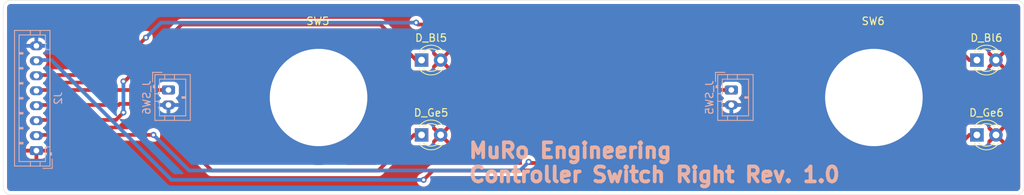
<source format=kicad_pcb>
(kicad_pcb (version 20211014) (generator pcbnew)
  (layers (0 "F.Cu" signal) (31 "B.Cu" signal) (34 "B.Paste" user) (35 "F.Paste" user) (36 "B.SilkS" user "B.Silkscreen") (37 "F.SilkS" user "F.Silkscreen") (38 "B.Mask" user) (39 "F.Mask" user) (44 "Edge.Cuts" user))
  (net 0 "")
  (net 1 "Net-(D_Bl5-Pad1)")
  (net 2 "/VDD3V3_ext")
  (net 3 "Net-(D_Bl6-Pad1)")
  (net 4 "Net-(D_Ge5-Pad1)")
  (net 5 "Net-(D_Ge6-Pad1)")
  (net 6 "Net-(J2-Pad2)")
  (net 7 "Net-(J2-Pad5)")
  (net 8 "/gnd_ext")
  (footprint "KiCad_Libs:LehleSwitch" (layer "F.Cu") (at 192 97)
    (fp_text reference "SW5" (at -0.1 -10.2) (layer "F.SilkS"))
    (fp_text value "Lehle_Switch")
    (pad "1" thru_hole circle (at 0 0) (size 18 18) (drill 13) (layers *.Cu *.Mask) (net 8 "/gnd_ext"))
  )
  (footprint "LED_THT:LED_D3.0mm" (layer "F.Cu") (at 205.725 92)
    (fp_text reference "D_Bl5" (at 1.27 -2.96) (layer "F.SilkS"))
    (fp_text value "LED")
    (fp_line (start -0.29 -1.236) (end -0.29 -1.08) (layer "F.SilkS") (width 0.12))
    (fp_line (start -0.29 1.08) (end -0.29 1.236) (layer "F.SilkS") (width 0.12))
    (fp_arc (start 2.942335 1.078608) (mid 1.366487 1.987659) (end -0.29 1.235516) (layer "F.SilkS") (width 0.12))
    (fp_arc (start 2.31113 1.079837) (mid 1.270117 1.5) (end 0.229039 1.08) (layer "F.SilkS") (width 0.12))
    (fp_arc (start 0.229039 -1.08) (mid 1.270117 -1.5) (end 2.31113 -1.079837) (layer "F.SilkS") (width 0.12))
    (fp_arc (start -0.29 -1.235516) (mid 1.366487 -1.987659) (end 2.942335 -1.078608) (layer "F.SilkS") (width 0.12))
    (pad "1" thru_hole rect (at 0 0) (size 1.8 1.8) (drill 0.9) (layers *.Cu *.Mask) (net 1 "Net-(D_Bl5-Pad1)"))
    (pad "2" thru_hole circle (at 2.54 0) (size 1.8 1.8) (drill 0.9) (layers *.Cu *.Mask) (net 2 "/VDD3V3_ext"))
  )
  (footprint "KiCad_Libs:LehleSwitch" (layer "F.Cu") (at 266 97)
    (fp_text reference "SW6" (at -0.1 -10.2) (layer "F.SilkS"))
    (fp_text value "Lehle_Switch")
    (pad "1" thru_hole circle (at 0 0) (size 18 18) (drill 13) (layers *.Cu *.Mask) (net 8 "/gnd_ext"))
  )
  (footprint "LED_THT:LED_D3.0mm" (layer "F.Cu") (at 279.725 102)
    (fp_text reference "D_Ge6" (at 1.27 -2.96) (layer "F.SilkS"))
    (fp_text value "LED")
    (fp_line (start -0.29 -1.236) (end -0.29 -1.08) (layer "F.SilkS") (width 0.12))
    (fp_line (start -0.29 1.08) (end -0.29 1.236) (layer "F.SilkS") (width 0.12))
    (fp_arc (start -0.29 -1.235516) (mid 1.366487 -1.987659) (end 2.942335 -1.078608) (layer "F.SilkS") (width 0.12))
    (fp_arc (start 2.942335 1.078608) (mid 1.366487 1.987659) (end -0.29 1.235516) (layer "F.SilkS") (width 0.12))
    (fp_arc (start 0.229039 -1.08) (mid 1.270117 -1.5) (end 2.31113 -1.079837) (layer "F.SilkS") (width 0.12))
    (fp_arc (start 2.31113 1.079837) (mid 1.270117 1.5) (end 0.229039 1.08) (layer "F.SilkS") (width 0.12))
    (pad "1" thru_hole rect (at 0 0) (size 1.8 1.8) (drill 0.9) (layers *.Cu *.Mask) (net 5 "Net-(D_Ge6-Pad1)"))
    (pad "2" thru_hole circle (at 2.54 0) (size 1.8 1.8) (drill 0.9) (layers *.Cu *.Mask) (net 2 "/VDD3V3_ext"))
  )
  (footprint "LED_THT:LED_D3.0mm" (layer "F.Cu") (at 279.725 92)
    (fp_text reference "D_Bl6" (at 1.27 -2.96) (layer "F.SilkS"))
    (fp_text value "LED")
    (fp_line (start -0.29 -1.236) (end -0.29 -1.08) (layer "F.SilkS") (width 0.12))
    (fp_line (start -0.29 1.08) (end -0.29 1.236) (layer "F.SilkS") (width 0.12))
    (fp_arc (start -0.29 -1.235516) (mid 1.366487 -1.987659) (end 2.942335 -1.078608) (layer "F.SilkS") (width 0.12))
    (fp_arc (start 2.942335 1.078608) (mid 1.366487 1.987659) (end -0.29 1.235516) (layer "F.SilkS") (width 0.12))
    (fp_arc (start 0.229039 -1.08) (mid 1.270117 -1.5) (end 2.31113 -1.079837) (layer "F.SilkS") (width 0.12))
    (fp_arc (start 2.31113 1.079837) (mid 1.270117 1.5) (end 0.229039 1.08) (layer "F.SilkS") (width 0.12))
    (pad "1" thru_hole rect (at 0 0) (size 1.8 1.8) (drill 0.9) (layers *.Cu *.Mask) (net 3 "Net-(D_Bl6-Pad1)"))
    (pad "2" thru_hole circle (at 2.54 0) (size 1.8 1.8) (drill 0.9) (layers *.Cu *.Mask) (net 2 "/VDD3V3_ext"))
  )
  (footprint "LED_THT:LED_D3.0mm" (layer "F.Cu") (at 205.725 102)
    (fp_text reference "D_Ge5" (at 1.27 -2.96) (layer "F.SilkS"))
    (fp_text value "LED")
    (fp_line (start -0.29 -1.236) (end -0.29 -1.08) (layer "F.SilkS") (width 0.12))
    (fp_line (start -0.29 1.08) (end -0.29 1.236) (layer "F.SilkS") (width 0.12))
    (fp_arc (start 2.31113 1.079837) (mid 1.270117 1.5) (end 0.229039 1.08) (layer "F.SilkS") (width 0.12))
    (fp_arc (start 2.942335 1.078608) (mid 1.366487 1.987659) (end -0.29 1.235516) (layer "F.SilkS") (width 0.12))
    (fp_arc (start -0.29 -1.235516) (mid 1.366487 -1.987659) (end 2.942335 -1.078608) (layer "F.SilkS") (width 0.12))
    (fp_arc (start 0.229039 -1.08) (mid 1.270117 -1.5) (end 2.31113 -1.079837) (layer "F.SilkS") (width 0.12))
    (pad "1" thru_hole rect (at 0 0) (size 1.8 1.8) (drill 0.9) (layers *.Cu *.Mask) (net 4 "Net-(D_Ge5-Pad1)"))
    (pad "2" thru_hole circle (at 2.54 0) (size 1.8 1.8) (drill 0.9) (layers *.Cu *.Mask) (net 2 "/VDD3V3_ext"))
  )
  (footprint "Connector_JST:JST_PH_B8B-PH-K_1x08_P2.00mm_Vertical" (layer "B.Cu") (at 154.4 104.1 90)
    (fp_text reference "J2" (at 7 2.9 90) (layer "B.SilkS") (effects (justify mirror)))
    (fp_text value "Conn_01x08")
    (fp_line (start 9 -2.3) (end 9 -1.8) (layer "B.SilkS") (width 0.12))
    (fp_line (start -2.06 1.81) (end -2.06 -2.91) (layer "B.SilkS") (width 0.12))
    (fp_line (start 16.06 -0.8) (end 15.45 -0.8) (layer "B.SilkS") (width 0.12))
    (fp_line (start 7.1 -1.8) (end 7.1 -2.3) (layer "B.SilkS") (width 0.12))
    (fp_line (start 3.1 -1.8) (end 3.1 -2.3) (layer "B.SilkS") (width 0.12))
    (fp_line (start -1.11 2.11) (end -2.36 2.11) (layer "B.SilkS") (width 0.12))
    (fp_line (start 2.9 -2.3) (end 2.9 -1.8) (layer "B.SilkS") (width 0.12))
    (fp_line (start 7 -2.3) (end 7 -1.8) (layer "B.SilkS") (width 0.12))
    (fp_line (start -2.06 -0.8) (end -1.45 -0.8) (layer "B.SilkS") (width 0.12))
    (fp_line (start -2.06 -2.91) (end 16.06 -2.91) (layer "B.SilkS") (width 0.12))
    (fp_line (start -2.36 2.11) (end -2.36 0.86) (layer "B.SilkS") (width 0.12))
    (fp_line (start 0.9 -2.3) (end 0.9 -1.8) (layer "B.SilkS") (width 0.12))
    (fp_line (start -1.45 1.2) (end -1.45 -2.3) (layer "B.SilkS") (width 0.12))
    (fp_line (start 8.9 -2.3) (end 8.9 -1.8) (layer "B.SilkS") (width 0.12))
    (fp_line (start 10.9 -2.3) (end 10.9 -1.8) (layer "B.SilkS") (width 0.12))
    (fp_line (start 12.9 -2.3) (end 12.9 -1.8) (layer "B.SilkS") (width 0.12))
    (fp_line (start 8.9 -1.8) (end 9.1 -1.8) (layer "B.SilkS") (width 0.12))
    (fp_line (start -0.6 2.01) (end -0.6 1.81) (layer "B.SilkS") (width 0.12))
    (fp_line (start 13 -2.3) (end 13 -1.8) (layer "B.SilkS") (width 0.12))
    (fp_line (start -2.06 0.5) (end -1.45 0.5) (layer "B.SilkS") (width 0.12))
    (fp_line (start 11 -2.3) (end 11 -1.8) (layer "B.SilkS") (width 0.12))
    (fp_line (start 9.1 -1.8) (end 9.1 -2.3) (layer "B.SilkS") (width 0.12))
    (fp_line (start 16.06 1.81) (end -2.06 1.81) (layer "B.SilkS") (width 0.12))
    (fp_line (start 5 -2.3) (end 5 -1.8) (layer "B.SilkS") (width 0.12))
    (fp_line (start 12.9 -1.8) (end 13.1 -1.8) (layer "B.SilkS") (width 0.12))
    (fp_line (start 1 -2.3) (end 1 -1.8) (layer "B.SilkS") (width 0.12))
    (fp_line (start 0.9 -1.8) (end 1.1 -1.8) (layer "B.SilkS") (width 0.12))
    (fp_line (start -0.3 1.81) (end -0.3 2.01) (layer "B.SilkS") (width 0.12))
    (fp_line (start 6.9 -2.3) (end 6.9 -1.8) (layer "B.SilkS") (width 0.12))
    (fp_line (start 15.45 -2.3) (end 15.45 1.2) (layer "B.SilkS") (width 0.12))
    (fp_line (start 1.1 -1.8) (end 1.1 -2.3) (layer "B.SilkS") (width 0.12))
    (fp_line (start 11.1 -1.8) (end 11.1 -2.3) (layer "B.SilkS") (width 0.12))
    (fp_line (start 15.45 1.2) (end 13.5 1.2) (layer "B.SilkS") (width 0.12))
    (fp_line (start 0.5 1.81) (end 0.5 1.2) (layer "B.SilkS") (width 0.12))
    (fp_line (start 4.9 -1.8) (end 5.1 -1.8) (layer "B.SilkS") (width 0.12))
    (fp_line (start 16.06 0.5) (end 15.45 0.5) (layer "B.SilkS") (width 0.12))
    (fp_line (start 2.9 -1.8) (end 3.1 -1.8) (layer "B.SilkS") (width 0.12))
    (fp_line (start 3 -2.3) (end 3 -1.8) (layer "B.SilkS") (width 0.12))
    (fp_line (start 6.9 -1.8) (end 7.1 -1.8) (layer "B.SilkS") (width 0.12))
    (fp_line (start 5.1 -1.8) (end 5.1 -2.3) (layer "B.SilkS") (width 0.12))
    (fp_line (start 13.1 -1.8) (end 13.1 -2.3) (layer "B.SilkS") (width 0.12))
    (fp_line (start 13.5 1.2) (end 13.5 1.81) (layer "B.SilkS") (width 0.12))
    (fp_line (start 4.9 -2.3) (end 4.9 -1.8) (layer "B.SilkS") (width 0.12))
    (fp_line (start -0.3 2.01) (end -0.6 2.01) (layer "B.SilkS") (width 0.12))
    (fp_line (start -1.45 -2.3) (end 15.45 -2.3) (layer "B.SilkS") (width 0.12))
    (fp_line (start -0.3 1.91) (end -0.6 1.91) (layer "B.SilkS") (width 0.12))
    (fp_line (start 0.5 1.2) (end -1.45 1.2) (layer "B.SilkS") (width 0.12))
    (fp_line (start 10.9 -1.8) (end 11.1 -1.8) (layer "B.SilkS") (width 0.12))
    (fp_line (start 16.06 -2.91) (end 16.06 1.81) (layer "B.SilkS") (width 0.12))
    (pad "1" thru_hole roundrect (at 0 0 90) (size 1.2 1.75) (drill 0.75) (layers *.Cu *.Mask) (roundrect_rratio 0.208333) (net 2 "/VDD3V3_ext"))
    (pad "2" thru_hole oval (at 2 0 90) (size 1.2 1.75) (drill 0.75) (layers *.Cu *.Mask) (net 6 "Net-(J2-Pad2)"))
    (pad "3" thru_hole oval (at 4 0 90) (size 1.2 1.75) (drill 0.75) (layers *.Cu *.Mask) (net 1 "Net-(D_Bl5-Pad1)"))
    (pad "4" thru_hole oval (at 6 0 90) (size 1.2 1.75) (drill 0.75) (layers *.Cu *.Mask) (net 4 "Net-(D_Ge5-Pad1)"))
    (pad "5" thru_hole oval (at 8 0 90) (size 1.2 1.75) (drill 0.75) (layers *.Cu *.Mask) (net 7 "Net-(J2-Pad5)"))
    (pad "6" thru_hole oval (at 10 0 90) (size 1.2 1.75) (drill 0.75) (layers *.Cu *.Mask) (net 3 "Net-(D_Bl6-Pad1)"))
    (pad "7" thru_hole oval (at 12 0 90) (size 1.2 1.75) (drill 0.75) (layers *.Cu *.Mask) (net 5 "Net-(D_Ge6-Pad1)"))
    (pad "8" thru_hole oval (at 14 0 90) (size 1.2 1.75) (drill 0.75) (layers *.Cu *.Mask) (net 8 "/gnd_ext"))
  )
  (footprint "Connector_JST:JST_PH_B2B-PH-K_1x02_P2.00mm_Vertical" (layer "B.Cu") (at 172 96 -90)
    (fp_text reference "J_SW6" (at 1 2.9 90) (layer "B.SilkS") (effects (justify mirror)))
    (fp_text value "Conn_01x02")
    (fp_line (start -0.6 2.01) (end -0.6 1.81) (layer "B.SilkS") (width 0.12))
    (fp_line (start -2.06 0.5) (end -1.45 0.5) (layer "B.SilkS") (width 0.12))
    (fp_line (start -0.3 2.01) (end -0.6 2.01) (layer "B.SilkS") (width 0.12))
    (fp_line (start 0.9 -1.8) (end 1.1 -1.8) (layer "B.SilkS") (width 0.12))
    (fp_line (start 4.06 0.5) (end 3.45 0.5) (layer "B.SilkS") (width 0.12))
    (fp_line (start -2.06 1.81) (end -2.06 -2.91) (layer "B.SilkS") (width 0.12))
    (fp_line (start 1.1 -1.8) (end 1.1 -2.3) (layer "B.SilkS") (width 0.12))
    (fp_line (start -0.3 1.91) (end -0.6 1.91) (layer "B.SilkS") (width 0.12))
    (fp_line (start -0.3 1.81) (end -0.3 2.01) (layer "B.SilkS") (width 0.12))
    (fp_line (start 1 -2.3) (end 1 -1.8) (layer "B.SilkS") (width 0.12))
    (fp_line (start 0.5 1.81) (end 0.5 1.2) (layer "B.SilkS") (width 0.12))
    (fp_line (start -2.06 -0.8) (end -1.45 -0.8) (layer "B.SilkS") (width 0.12))
    (fp_line (start 4.06 -0.8) (end 3.45 -0.8) (layer "B.SilkS") (width 0.12))
    (fp_line (start -2.36 2.11) (end -2.36 0.86) (layer "B.SilkS") (width 0.12))
    (fp_line (start 1.5 1.2) (end 1.5 1.81) (layer "B.SilkS") (width 0.12))
    (fp_line (start 4.06 1.81) (end -2.06 1.81) (layer "B.SilkS") (width 0.12))
    (fp_line (start 0.9 -2.3) (end 0.9 -1.8) (layer "B.SilkS") (width 0.12))
    (fp_line (start 0.5 1.2) (end -1.45 1.2) (layer "B.SilkS") (width 0.12))
    (fp_line (start 4.06 -2.91) (end 4.06 1.81) (layer "B.SilkS") (width 0.12))
    (fp_line (start 3.45 -2.3) (end 3.45 1.2) (layer "B.SilkS") (width 0.12))
    (fp_line (start -1.45 -2.3) (end 3.45 -2.3) (layer "B.SilkS") (width 0.12))
    (fp_line (start 3.45 1.2) (end 1.5 1.2) (layer "B.SilkS") (width 0.12))
    (fp_line (start -2.06 -2.91) (end 4.06 -2.91) (layer "B.SilkS") (width 0.12))
    (fp_line (start -1.11 2.11) (end -2.36 2.11) (layer "B.SilkS") (width 0.12))
    (fp_line (start -1.45 1.2) (end -1.45 -2.3) (layer "B.SilkS") (width 0.12))
    (pad "1" thru_hole roundrect (at 0 0 270) (size 1.2 1.75) (drill 0.75) (layers *.Cu *.Mask) (roundrect_rratio 0.208333) (net 7 "Net-(J2-Pad5)"))
    (pad "2" thru_hole oval (at 2 0 270) (size 1.2 1.75) (drill 0.75) (layers *.Cu *.Mask) (net 8 "/gnd_ext"))
  )
  (footprint "Connector_JST:JST_PH_B2B-PH-K_1x02_P2.00mm_Vertical" (layer "B.Cu") (at 247 96 -90)
    (fp_text reference "J_SW5" (at 1 2.9 90) (layer "B.SilkS") (effects (justify mirror)))
    (fp_text value "Conn_01x02")
    (fp_line (start 4.06 -0.8) (end 3.45 -0.8) (layer "B.SilkS") (width 0.12))
    (fp_line (start 0.9 -1.8) (end 1.1 -1.8) (layer "B.SilkS") (width 0.12))
    (fp_line (start 4.06 0.5) (end 3.45 0.5) (layer "B.SilkS") (width 0.12))
    (fp_line (start -2.06 -0.8) (end -1.45 -0.8) (layer "B.SilkS") (width 0.12))
    (fp_line (start 3.45 -2.3) (end 3.45 1.2) (layer "B.SilkS") (width 0.12))
    (fp_line (start -2.06 -2.91) (end 4.06 -2.91) (layer "B.SilkS") (width 0.12))
    (fp_line (start -0.3 1.91) (end -0.6 1.91) (layer "B.SilkS") (width 0.12))
    (fp_line (start 0.5 1.81) (end 0.5 1.2) (layer "B.SilkS") (width 0.12))
    (fp_line (start 4.06 1.81) (end -2.06 1.81) (layer "B.SilkS") (width 0.12))
    (fp_line (start -1.45 1.2) (end -1.45 -2.3) (layer "B.SilkS") (width 0.12))
    (fp_line (start -1.45 -2.3) (end 3.45 -2.3) (layer "B.SilkS") (width 0.12))
    (fp_line (start 1 -2.3) (end 1 -1.8) (layer "B.SilkS") (width 0.12))
    (fp_line (start -0.6 2.01) (end -0.6 1.81) (layer "B.SilkS") (width 0.12))
    (fp_line (start 0.9 -2.3) (end 0.9 -1.8) (layer "B.SilkS") (width 0.12))
    (fp_line (start 1.1 -1.8) (end 1.1 -2.3) (layer "B.SilkS") (width 0.12))
    (fp_line (start 0.5 1.2) (end -1.45 1.2) (layer "B.SilkS") (width 0.12))
    (fp_line (start -0.3 2.01) (end -0.6 2.01) (layer "B.SilkS") (width 0.12))
    (fp_line (start 1.5 1.2) (end 1.5 1.81) (layer "B.SilkS") (width 0.12))
    (fp_line (start -2.06 0.5) (end -1.45 0.5) (layer "B.SilkS") (width 0.12))
    (fp_line (start -0.3 1.81) (end -0.3 2.01) (layer "B.SilkS") (width 0.12))
    (fp_line (start 3.45 1.2) (end 1.5 1.2) (layer "B.SilkS") (width 0.12))
    (fp_line (start 4.06 -2.91) (end 4.06 1.81) (layer "B.SilkS") (width 0.12))
    (fp_line (start -2.06 1.81) (end -2.06 -2.91) (layer "B.SilkS") (width 0.12))
    (fp_line (start -1.11 2.11) (end -2.36 2.11) (layer "B.SilkS") (width 0.12))
    (fp_line (start -2.36 2.11) (end -2.36 0.86) (layer "B.SilkS") (width 0.12))
    (pad "1" thru_hole roundrect (at 0 0 270) (size 1.2 1.75) (drill 0.75) (layers *.Cu *.Mask) (roundrect_rratio 0.208333) (net 6 "Net-(J2-Pad2)"))
    (pad "2" thru_hole oval (at 2 0 270) (size 1.2 1.75) (drill 0.75) (layers *.Cu *.Mask) (net 8 "/gnd_ext"))
  )
  (gr_arc (start 151 110) (mid 150.292893 109.707107) (end 150 109) (layer "Edge.Cuts") (width 0.05))
  (gr_arc (start 150 85) (mid 150.292893 84.292893) (end 151 84) (layer "Edge.Cuts") (width 0.05))
  (gr_line (start 150 88.5) (end 150 86) (layer "Edge.Cuts") (width 0.05))
  (gr_line (start 150 85) (end 150 86) (layer "Edge.Cuts") (width 0.05))
  (gr_arc (start 285 84) (mid 285.707107 84.292893) (end 286 85) (layer "Edge.Cuts") (width 0.05))
  (gr_line (start 151 110) (end 285 110) (layer "Edge.Cuts") (width 0.05))
  (gr_line (start 286 109) (end 286 85) (layer "Edge.Cuts") (width 0.05))
  (gr_line (start 285 84) (end 151 84) (layer "Edge.Cuts") (width 0.05))
  (gr_arc (start 286 109) (mid 285.707107 109.707107) (end 285 110) (layer "Edge.Cuts") (width 0.05))
  (gr_line (start 150 88.5) (end 150 109) (layer "Edge.Cuts") (width 0.05))
  (gr_text "MuRo Engineering\nController Switch Right Rev. 1.0" (at 211.8 105.7) (layer "B.SilkS") (effects (font (size 2 2) (thickness 0.5)) (justify left)))
  (segment (start 173.749511 87.250489) (end 166.1495 94.8505) (width 0.5) (layer "F.Cu") (net 1))
  (segment (start 165 100) (end 154.5 100) (width 0.5) (layer "F.Cu") (net 1))
  (segment (start 205 92) (end 200.250489 87.250489) (width 0.5) (layer "F.Cu") (net 1))
  (segment (start 200.250489 87.250489) (end 173.749511 87.250489) (width 0.5) (layer "F.Cu") (net 1))
  (segment (start 205.725 92) (end 205 92) (width 0.5) (layer "F.Cu") (net 1))
  (segment (start 166 99) (end 165 100) (width 0.5) (layer "F.Cu") (net 1))
  (segment (start 166.1495 94.8505) (end 166 94.8505) (width 0.5) (layer "F.Cu") (net 1))
  (segment (start 154.5 100) (end 154.4 100.1) (width 0.5) (layer "F.Cu") (net 1))
  (via (at 166 99) (size 0.8) (drill 0.4) (layers "F.Cu" "B.Cu") (net 1))
  (via (at 166 94.8505) (size 0.8) (drill 0.4) (layers "F.Cu" "B.Cu") (net 1))
  (segment (start 166 94.8505) (end 166 99) (width 0.5) (layer "B.Cu") (net 1))
  (segment (start 279.725 92) (end 278.725 92) (width 0.5) (layer "F.Cu") (net 3))
  (segment (start 164 94) (end 154.5 94) (width 0.5) (layer "F.Cu") (net 3))
  (segment (start 169 89) (end 164 94) (width 0.5) (layer "F.Cu") (net 3))
  (segment (start 278.725 92) (end 273.975489 87.250489) (width 0.5) (layer "F.Cu") (net 3))
  (segment (start 154.5 94) (end 154.4 94.1) (width 0.5) (layer "F.Cu") (net 3))
  (segment (start 205.250489 87.250489) (end 205 87) (width 0.5) (layer "F.Cu") (net 3))
  (segment (start 273.975489 87.250489) (end 205.250489 87.250489) (width 0.5) (layer "F.Cu") (net 3))
  (via (at 205 87) (size 0.8) (drill 0.4) (layers "F.Cu" "B.Cu") (net 3))
  (via (at 169 89) (size 0.8) (drill 0.4) (layers "F.Cu" "B.Cu") (net 3))
  (segment (start 169 89) (end 171 87) (width 0.5) (layer "B.Cu") (net 3))
  (segment (start 171 87) (end 205 87) (width 0.5) (layer "B.Cu") (net 3))
  (segment (start 168.850489 97.850489) (end 165.523856 97.850489) (width 0.5) (layer "F.Cu") (net 4))
  (segment (start 199.975489 106.749511) (end 177.749511 106.749511) (width 0.5) (layer "F.Cu") (net 4))
  (segment (start 177.749511 106.749511) (end 168.850489 97.850489) (width 0.5) (layer "F.Cu") (net 4))
  (segment (start 165.374345 98) (end 154.5 98) (width 0.5) (layer "F.Cu") (net 4))
  (segment (start 154.5 98) (end 154.4 98.1) (width 0.5) (layer "F.Cu") (net 4))
  (segment (start 204.725 102) (end 199.975489 106.749511) (width 0.5) (layer "F.Cu") (net 4))
  (segment (start 205.725 102) (end 204.725 102) (width 0.5) (layer "F.Cu") (net 4))
  (segment (start 165.523856 97.850489) (end 165.374345 98) (width 0.5) (layer "F.Cu") (net 4))
  (segment (start 207.250489 106.749511) (end 206 108) (width 0.5) (layer "F.Cu") (net 5))
  (segment (start 278.725 102) (end 273.975489 106.749511) (width 0.5) (layer "F.Cu") (net 5))
  (segment (start 273.975489 106.749511) (end 207.250489 106.749511) (width 0.5) (layer "F.Cu") (net 5))
  (segment (start 279.725 102) (end 278.725 102) (width 0.5) (layer "F.Cu") (net 5))
  (via (at 206 108) (size 0.8) (drill 0.4) (layers "F.Cu" "B.Cu") (net 5))
  (segment (start 206 108) (end 172.4 108) (width 0.5) (layer "B.Cu") (net 5))
  (segment (start 154.5 92) (end 154.4 92.1) (width 0.5) (layer "B.Cu") (net 5))
  (segment (start 172.4 108) (end 156.4 92) (width 0.5) (layer "B.Cu") (net 5))
  (segment (start 156.4 92) (end 154.5 92) (width 0.5) (layer "B.Cu") (net 5))
  (segment (start 239 96) (end 247 96) (width 0.5) (layer "F.Cu") (net 6))
  (segment (start 220.14998 105.749991) (end 229.250009 105.749991) (width 0.5) (layer "F.Cu") (net 6))
  (segment (start 229.250009 105.749991) (end 239 96) (width 0.5) (layer "F.Cu") (net 6))
  (segment (start 220 105.600011) (end 220.14998 105.749991) (width 0.5) (layer "F.Cu") (net 6))
  (segment (start 154.5 102) (end 154.4 102.1) (width 0.5) (layer "F.Cu") (net 6))
  (segment (start 170 102) (end 154.5 102) (width 0.5) (layer "F.Cu") (net 6))
  (via (at 220 105.600011) (size 0.8) (drill 0.4) (layers "F.Cu" "B.Cu") (net 6))
  (via (at 170 102) (size 0.8) (drill 0.4) (layers "F.Cu" "B.Cu") (net 6))
  (segment (start 174.749511 106.749511) (end 170 102) (width 0.5) (layer "B.Cu") (net 6))
  (segment (start 220 105.600011) (end 218.8505 106.749511) (width 0.5) (layer "B.Cu") (net 6))
  (segment (start 218.8505 106.749511) (end 174.749511 106.749511) (width 0.5) (layer "B.Cu") (net 6))
  (segment (start 154.5 96) (end 154.4 96.1) (width 0.5) (layer "F.Cu") (net 7))
  (segment (start 172 96) (end 154.5 96) (width 0.5) (layer "F.Cu") (net 7))
  (zone (net 2) (net_name "/VDD3V3_ext") (layer "F.Cu") (connect_pads (clearance 0.508)) (min_thickness 0.254) (fill yes (thermal_gap 0.508) (thermal_bridge_width 0.508))
    (polygon (pts (xy 286 110) (xy 150 110) (xy 150 84) (xy 286 84)))
  )
  (zone (net 8) (net_name "/gnd_ext") (layer "B.Cu") (connect_pads (clearance 0.508)) (min_thickness 0.254) (fill yes (thermal_gap 0.508) (thermal_bridge_width 0.508))
    (polygon (pts (xy 286 110) (xy 150 110) (xy 150 84) (xy 286 84)))
  )
)
</source>
